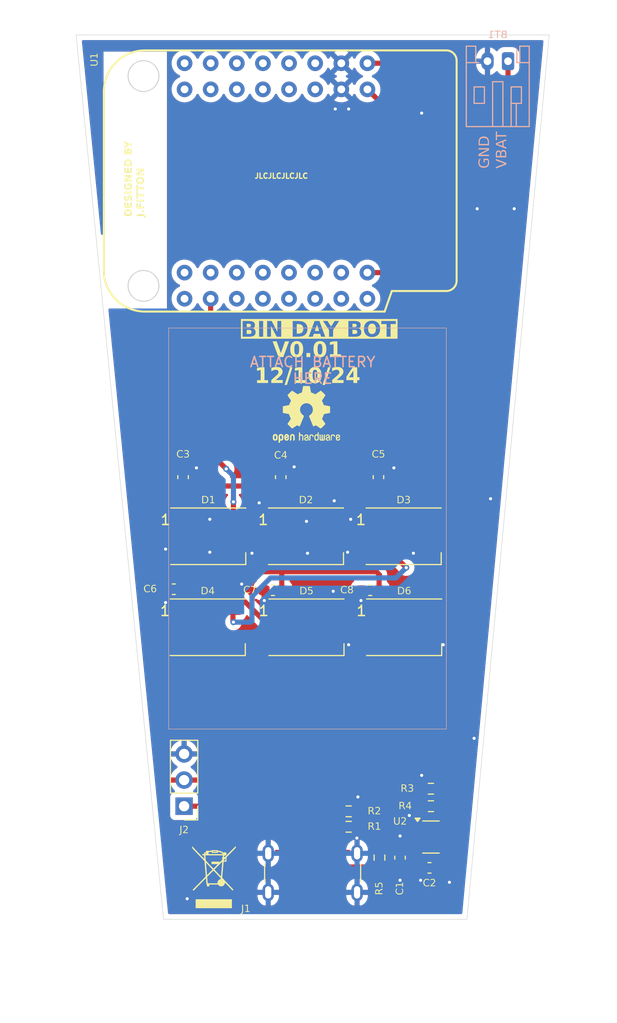
<source format=kicad_pcb>
(kicad_pcb (version 20240108) (generator "pcbnew") (generator_version "8.0")
  (layers (0 "F.Cu" signal) (31 "B.Cu" signal) (34 "B.Paste" user) (35 "F.Paste" user) (36 "B.SilkS" user "B.Silkscreen") (37 "F.SilkS" user "F.Silkscreen") (38 "B.Mask" user) (39 "F.Mask" user) (44 "Edge.Cuts" user))
  (net 0 "")
  (net 1 "GND")
  (net 2 "/PRG")
  (net 3 "/CC2")
  (net 4 "/CC1")
  (net 30 "BATT_STAT")
  (net 32 "VDD")
  (net 33 "VBAT")
  (net 34 "/1_2")
  (net 35 "/2_3")
  (net 36 "/3_4")
  (net 37 "/4_5")
  (net 38 "/5_6")
  (net 40 "LED_CTRL")
  (net 41 "SR602_TRIG")
  (footprint "LED_SMD:LED_WS2812B_PLCC4_5.0x5.0mm_P3.2mm" (layer "F.Cu") (at 122.35 98.75)
    (property "Reference" "D2" (at 0 -3.5 0) (layer "F.SilkS") (effects (font (size 0.7 0.7))))
    (property "Value" "WS2812B" (hide yes))
    (fp_text user "1" (at -4.15 -1.6 0) (layer "F.SilkS"))
    (pad "1" smd rect (at -2.45 -1.65) (size 1.5 0.9) (layers "F.Cu" "F.Paste" "F.Mask") (net 33 "VBAT"))
    (pad "2" smd rect (at -2.45 1.65) (size 1.5 0.9) (layers "F.Cu" "F.Paste" "F.Mask") (net 35 "/2_3"))
    (pad "3" smd rect (at 2.45 1.65) (size 1.5 0.9) (layers "F.Cu" "F.Paste" "F.Mask") (net 1 "GND"))
    (pad "4" smd rect (at 2.45 -1.65) (size 1.5 0.9) (layers "F.Cu" "F.Paste" "F.Mask") (net 34 "/1_2"))
  )
  (footprint "Resistor_SMD:R_0603_1608Metric_Pad0.98x0.95mm_HandSolder" (layer "F.Cu") (at 134.5 125 180)
    (property "Reference" "R4" (at 2.5 0 0) (layer "F.SilkS") (effects (font (size 0.7 0.7))))
    (property "Value" "12K4" (hide yes))
    (pad "1" smd roundrect (at -0.9125 0 180) (size 0.975 0.95) (layers "F.Cu" "F.Paste" "F.Mask") (net 2 "/PRG"))
    (pad "2" smd roundrect (at 0.9125 0 180) (size 0.975 0.95) (layers "F.Cu" "F.Paste" "F.Mask") (net 1 "GND"))
  )
  (footprint "LED_SMD:LED_WS2812B_PLCC4_5.0x5.0mm_P3.2mm" (layer "F.Cu") (at 131.9 107.6)
    (property "Reference" "D6" (at 0 -3.5 0) (layer "F.SilkS") (effects (font (size 0.7 0.7))))
    (property "Value" "WS2812B" (hide yes))
    (fp_text user "1" (at -4.15 -1.6 0) (layer "F.SilkS"))
    (pad "1" smd rect (at -2.45 -1.65) (size 1.5 0.9) (layers "F.Cu" "F.Paste" "F.Mask") (net 33 "VBAT"))
    (pad "2" smd rect (at -2.45 1.65) (size 1.5 0.9) (layers "F.Cu" "F.Paste" "F.Mask"))
    (pad "3" smd rect (at 2.45 1.65) (size 1.5 0.9) (layers "F.Cu" "F.Paste" "F.Mask") (net 1 "GND"))
    (pad "4" smd rect (at 2.45 -1.65) (size 1.5 0.9) (layers "F.Cu" "F.Paste" "F.Mask") (net 38 "/5_6"))
  )
  (footprint "Capacitor_SMD:C_0603_1608Metric_Pad1.08x0.95mm_HandSolder" (layer "F.Cu") (at 119.9 93 90)
    (property "Reference" "C4" (at 2.1 0 0) (layer "F.SilkS") (effects (font (size 0.7 0.7))))
    (property "Value" "4.7U" (hide yes))
    (pad "1" smd roundrect (at -0.8625 0 90) (size 1.075 0.95) (layers "F.Cu" "F.Paste" "F.Mask") (net 33 "VBAT"))
    (pad "2" smd roundrect (at 0.8625 0 90) (size 1.075 0.95) (layers "F.Cu" "F.Paste" "F.Mask") (net 1 "GND"))
  )
  (footprint "Resistor_SMD:R_0603_1608Metric_Pad0.98x0.95mm_HandSolder" (layer "F.Cu") (at 126.5 127)
    (property "Reference" "R1" (at 2.5 0 0) (layer "F.SilkS") (effects (font (size 0.7 0.7))))
    (property "Value" "5.1K" (hide yes))
    (pad "1" smd roundrect (at -0.9125 0) (size 0.975 0.95) (layers "F.Cu" "F.Paste" "F.Mask") (net 3 "/CC2"))
    (pad "2" smd roundrect (at 0.9125 0) (size 0.975 0.95) (layers "F.Cu" "F.Paste" "F.Mask") (net 1 "GND"))
  )
  (footprint "Symbol:OSHW-Logo2_7.3x6mm_SilkScreen" (layer "F.Cu") (at 122.4 86.9)
    (property "Reference" "REF**" (hide yes))
    (property "Value" "OSHW-Logo2_7.3x6mm_SilkScreen" (hide yes))
  )
  (footprint "Resistor_SMD:R_0603_1608Metric_Pad0.98x0.95mm_HandSolder" (layer "F.Cu") (at 134.5 123.3 180)
    (property "Reference" "R3" (at 2.3 0 0) (layer "F.SilkS") (effects (font (size 0.7 0.7))))
    (property "Value" "12K7" (hide yes))
    (pad "1" smd roundrect (at -0.9125 0 180) (size 0.975 0.95) (layers "F.Cu" "F.Paste" "F.Mask") (net 2 "/PRG"))
    (pad "2" smd roundrect (at 0.9125 0 180) (size 0.975 0.95) (layers "F.Cu" "F.Paste" "F.Mask") (net 1 "GND"))
  )
  (footprint "Symbol:WEEE-Logo_4.2x6mm_SilkScreen" (layer "F.Cu") (at 113.4 131.9)
    (property "Reference" "REF**" (hide yes))
    (property "Value" "WEEE-Logo_4.2x6mm_SilkScreen" (hide yes))
  )
  (footprint "Connector_USB:USB_C_Receptacle_GCT_USB4125-xx-x-0190_6P_TopMnt_Horizontal" (layer "F.Cu") (at 123 132.58)
    (property "Reference" "J1" (at -6.5 2.42 0) (layer "F.SilkS") (effects (font (size 0.7 0.7))))
    (property "Value" "USB_C_Receptacle_PowerOnly_6P" (hide yes))
    (pad "A5" smd roundrect (at -0.5 -3.08) (size 0.7 1.2) (layers "F.Cu" "F.Paste" "F.Mask") (net 4 "/CC1"))
    (pad "A9" smd roundrect (at 1.52 -3.08 180) (size 0.76 1.2) (layers "F.Cu" "F.Paste" "F.Mask") (net 32 "VDD"))
    (pad "A12" smd roundrect (at 2.75 -3.08 180) (size 0.8 1.2) (layers "F.Cu" "F.Paste" "F.Mask") (net 1 "GND"))
    (pad "B5" smd roundrect (at 0.5 -3.08 180) (size 0.7 1.2) (layers "F.Cu" "F.Paste" "F.Mask") (net 3 "/CC2"))
    (pad "B9" smd roundrect (at -1.52 -3.08) (size 0.76 1.2) (layers "F.Cu" "F.Paste" "F.Mask") (net 32 "VDD"))
    (pad "B12" smd roundrect (at -2.75 -3.08) (size 0.8 1.2) (layers "F.Cu" "F.Paste" "F.Mask") (net 1 "GND"))
    (pad "S1" thru_hole oval (at -4.32 -3) (size 1.1 1.7) (drill oval 0.6 1.2) (layers "*.Cu" "*.Mask" "F.Paste") (net 1 "GND"))
    (pad "S1" thru_hole oval (at -4.32 0.8) (size 1.1 1.7) (drill oval 0.6 1.2) (layers "*.Cu" "*.Mask" "F.Paste") (net 1 "GND"))
    (pad "S1" thru_hole oval (at 4.32 -3) (size 1.1 1.7) (drill oval 0.6 1.2) (layers "*.Cu" "*.Mask" "F.Paste") (net 1 "GND"))
    (pad "S1" thru_hole oval (at 4.32 0.8) (size 1.1 1.7) (drill oval 0.6 1.2) (layers "*.Cu" "*.Mask" "F.Paste") (net 1 "GND"))
  )
  (footprint "Capacitor_SMD:C_0603_1608Metric_Pad1.08x0.95mm_HandSolder" (layer "F.Cu") (at 129.4 93 90)
    (property "Reference" "C5" (at 2.2 0 0) (layer "F.SilkS") (effects (font (size 0.7 0.7))))
    (property "Value" "4.7U" (hide yes))
    (pad "1" smd roundrect (at -0.8625 0 90) (size 1.075 0.95) (layers "F.Cu" "F.Paste" "F.Mask") (net 33 "VBAT"))
    (pad "2" smd roundrect (at 0.8625 0 90) (size 1.075 0.95) (layers "F.Cu" "F.Paste" "F.Mask") (net 1 "GND"))
  )
  (footprint "LED_SMD:LED_WS2812B_PLCC4_5.0x5.0mm_P3.2mm" (layer "F.Cu") (at 122.4 107.6)
    (property "Reference" "D5" (at 0 -3.5 0) (layer "F.SilkS") (effects (font (size 0.7 0.7))))
    (property "Value" "WS2812B" (hide yes))
    (fp_text user "1" (at -4.15 -1.6 0) (layer "F.SilkS"))
    (pad "1" smd rect (at -2.45 -1.65) (size 1.5 0.9) (layers "F.Cu" "F.Paste" "F.Mask") (net 33 "VBAT"))
    (pad "2" smd rect (at -2.45 1.65) (size 1.5 0.9) (layers "F.Cu" "F.Paste" "F.Mask") (net 38 "/5_6"))
    (pad "3" smd rect (at 2.45 1.65) (size 1.5 0.9) (layers "F.Cu" "F.Paste" "F.Mask") (net 1 "GND"))
    (pad "4" smd rect (at 2.45 -1.65) (size 1.5 0.9) (layers "F.Cu" "F.Paste" "F.Mask") (net 37 "/4_5"))
  )
  (footprint "WEMOS_ESP32_S2_MINI:WEMOS_ESP32_S2_MINI" (layer "F.Cu") (at 119 64 90)
    (property "Reference" "U1" (at 11.6 -17.2 90) (layer "F.SilkS") (effects (font (size 0.7 0.7) (thickness 0.1))))
    (property "Value" "WEMOS_ESP32_S2_MINI")
    (fp_circle (center 10 -12.447031) (end 11.5 -12.447031) (stroke (width 0.1)) (fill none) (layer "Edge.Cuts"))
    (fp_circle (center -10.4 -12.447031) (end -8.9 -12.447031) (stroke (width 0.1)) (fill none) (layer "Edge.Cuts"))
    (pad "1" thru_hole circle (at -11.65 9.323 90) (size 1.524 1.524) (drill 0.762) (layers "*.Cu" "*.Mask"))
    (pad "2" thru_hole circle (at -11.65 6.783 90) (size 1.524 1.524) (drill 0.762) (layers "*.Cu" "*.Mask"))
    (pad "3" thru_hole circle (at -11.65 4.243 90) (size 1.524 1.524) (drill 0.762) (layers "*.Cu" "*.Mask"))
    (pad "4" thru_hole circle (at -11.65 1.703 90) (size 1.524 1.524) (drill 0.762) (layers "*.Cu" "*.Mask"))
    (pad "5" thru_hole circle (at -11.65 -0.837 90) (size 1.524 1.524) (drill 0.762) (layers "*.Cu" "*.Mask"))
    (pad "6" thru_hole circle (at -11.65 -3.377 90) (size 1.524 1.524) (drill 0.762) (layers "*.Cu" "*.Mask"))
    (pad "7" thru_hole circle (at -11.65 -5.917 90) (size 1.524 1.524) (drill 0.762) (layers "*.Cu" "*.Mask") (net 40 "LED_CTRL"))
    (pad "8" thru_hole circle (at -11.65 -8.457 90) (size 1.524 1.524) (drill 0.762) (layers "*.Cu" "*.Mask"))
    (pad "9" thru_hole circle (at -9.11 9.323 90) (size 1.524 1.524) (drill 0.762) (layers "*.Cu" "*.Mask") (net 41 "SR602_TRIG"))
    (pad "10" thru_hole circle (at -9.11 6.783 90) (size 1.524 1.524) (drill 0.762) (layers "*.Cu" "*.Mask"))
    (pad "11" thru_hole circle (at -9.11 4.243 90) (size 1.524 1.524) (drill 0.762) (layers "*.Cu" "*.Mask"))
    (pad "12" thru_hole circle (at -9.11 1.703 90) (size 1.524 1.524) (drill 0.762) (layers "*.Cu" "*.Mask"))
    (pad "13" thru_hole circle (at -9.11 -0.837 90) (size 1.524 1.524) (drill 0.762) (layers "*.Cu" "*.Mask"))
    (pad "14" thru_hole circle (at -9.11 -3.377 90) (size 1.524 1.524) (drill 0.762) (layers "*.Cu" "*.Mask"))
    (pad "15" thru_hole circle (at -9.11 -5.917 90) (size 1.524 1.524) (drill 0.762) (layers "*.Cu" "*.Mask"))
    (pad "16" thru_hole circle (at -9.11 -8.457 90) (size 1.524 1.524) (drill 0.762) (layers "*.Cu" "*.Mask"))
    (pad "17" thru_hole circle (at 8.71 9.326952 90) (size 1.524 1.524) (drill 0.762) (layers "*.Cu" "*.Mask") (net 30 "BATT_STAT"))
    (pad "18" thru_hole circle (at 8.71 6.786952 90) (size 1.524 1.524) (drill 0.762) (layers "*.Cu" "*.Mask") (net 1 "GND"))
    (pad "19" thru_hole circle (at 8.71 4.246952 90) (size 1.524 1.524) (drill 0.762) (layers "*.Cu" "*.Mask"))
    (pad "20" thru_hole circle (at 8.71 1.706952 90) (size 1.524 1.524) (drill 0.762) (layers "*.Cu" "*.Mask"))
    (pad "21" thru_hole circle (at 8.71 -0.833048 90) (size 1.524 1.524) (drill 0.762) (layers "*.Cu" "*.Mask"))
    (pad "22" thru_hole circle (at 8.71 -3.373048 90) (size 1.524 1.524) (drill 0.762) (layers "*.Cu" "*.Mask"))
    (pad "23" thru_hole circle (at 8.71 -5.913048 90) (size 1.524 1.524) (drill 0.762) (layers "*.Cu" "*.Mask"))
    (pad "24" thru_hole circle (at 8.71 -8.453048 90) (size 1.524 1.524) (drill 0.762) (layers "*.Cu" "*.Mask"))
    (pad "25" thru_hole circle (at 11.25 9.326952 90) (size 1.524 1.524) (drill 0.762) (layers "*.Cu" "*.Mask") (net 33 "VBAT"))
    (pad "26" thru_hole circle (at 11.25 6.786952 90) (size 1.524 1.524) (drill 0.762) (layers "*.Cu" "*.Mask") (net 1 "GND"))
    (pad "27" thru_hole circle (at 11.25 4.246952 90) (size 1.524 1.524) (drill 0.762) (layers "*.Cu" "*.Mask"))
    (pad "28" thru_hole circle (at 11.25 1.706952 90) (size 1.524 1.524) (drill 0.762) (layers "*.Cu" "*.Mask"))
    (pad "29" thru_hole circle (at 11.25 -0.833048 90) (size 1.524 1.524) (drill 0.762) (layers "*.Cu" "*.Mask"))
    (pad "30" thru_hole circle (at 11.25 -3.373048 90) (size 1.524 1.524) (drill 0.762) (layers "*.Cu" "*.Mask"))
    (pad "31" thru_hole circle (at 11.25 -5.913048 90) (size 1.524 1.524) (drill 0.762) (layers "*.Cu" "*.Mask"))
    (pad "32" thru_hole circle (at 11.25 -8.453048 90) (size 1.524 1.524) (drill 0.762) (layers "*.Cu" "*.Mask"))
    (zone (net 0) (net_name "") (layers "*.Cu") (name "Ground Keepout") (connect_pads (clearance 0)) (min_thickness 0.25)
      (keepout (tracks allowed) (vias not_allowed) (pads not_allowed) (copperpour not_allowed) (footprints allowed))
      (fill (thermal_gap 0.5) (thermal_bridge_width 0.5))
      (polygon (pts (xy 102.66 51.617165) (xy 102.66 76.597165) (xy 108.84 76.597165) (xy 108.84 51.617165)))
    )
  )
  (footprint "Capacitor_SMD:C_0603_1608Metric_Pad1.08x0.95mm_HandSolder" (layer "F.Cu") (at 119.1375 104 180)
    (property "Reference" "C7" (at 2.2375 0 0) (layer "F.SilkS") (effects (font (size 0.7 0.7))))
    (property "Value" "4.7U" (hide yes))
    (pad "1" smd roundrect (at -0.8625 0 180) (size 1.075 0.95) (layers "F.Cu" "F.Paste" "F.Mask") (net 33 "VBAT"))
    (pad "2" smd roundrect (at 0.8625 0 180) (size 1.075 0.95) (layers "F.Cu" "F.Paste" "F.Mask") (net 1 "GND"))
  )
  (footprint "Capacitor_SMD:C_0603_1608Metric_Pad1.08x0.95mm_HandSolder" (layer "F.Cu") (at 131.5 130 -90)
    (property "Reference" "C1" (at 3 0 90) (layer "F.SilkS") (effects (font (size 0.7 0.7))))
    (property "Value" "4.7U" (hide yes))
    (pad "1" smd roundrect (at -0.8625 0 270) (size 1.075 0.95) (layers "F.Cu" "F.Paste" "F.Mask") (net 33 "VBAT"))
    (pad "2" smd roundrect (at 0.8625 0 270) (size 1.075 0.95) (layers "F.Cu" "F.Paste" "F.Mask") (net 1 "GND"))
  )
  (footprint "Resistor_SMD:R_0603_1608Metric_Pad0.98x0.95mm_HandSolder" (layer "F.Cu") (at 129.5 130 -90)
    (property "Reference" "R5" (at 3 0 90) (layer "F.SilkS") (effects (font (size 0.7 0.7))))
    (property "Value" "12K7" (hide yes))
    (pad "1" smd roundrect (at -0.9125 0 270) (size 0.975 0.95) (layers "F.Cu" "F.Paste" "F.Mask") (net 30 "BATT_STAT"))
    (pad "2" smd roundrect (at 0.9125 0 270) (size 0.975 0.95) (layers "F.Cu" "F.Paste" "F.Mask") (net 32 "VDD"))
  )
  (footprint "Capacitor_SMD:C_0603_1608Metric_Pad1.08x0.95mm_HandSolder" (layer "F.Cu") (at 128.6 104 180)
    (property "Reference" "C8" (at 2.2625 0 0) (layer "F.SilkS") (effects (font (size 0.7 0.7))))
    (property "Value" "4.7U" (hide yes))
    (pad "1" smd roundrect (at -0.8625 0 180) (size 1.075 0.95) (layers "F.Cu" "F.Paste" "F.Mask") (net 33 "VBAT"))
    (pad "2" smd roundrect (at 0.8625 0 180) (size 1.075 0.95) (layers "F.Cu" "F.Paste" "F.Mask") (net 1 "GND"))
  )
  (footprint "Package_TO_SOT_SMD:SOT-23-5" (layer "F.Cu") (at 134.5 128)
    (property "Reference" "U2" (at -3 -1.5 0) (layer "F.SilkS") (effects (font (size 0.7 0.7))))
    (property "Value" "MCP73831-2-OT" (hide yes))
    (pad "1" smd roundrect (at -1.1375 -0.95) (size 1.325 0.6) (layers "F.Cu" "F.Paste" "F.Mask") (net 30 "BATT_STAT"))
    (pad "2" smd roundrect (at -1.1375 0) (size 1.325 0.6) (layers "F.Cu" "F.Paste" "F.Mask") (net 1 "GND"))
    (pad "3" smd roundrect (at -1.1375 0.95) (size 1.325 0.6) (layers "F.Cu" "F.Paste" "F.Mask") (net 33 "VBAT"))
    (pad "4" smd roundrect (at 1.1375 0.95) (size 1.325 0.6) (layers "F.Cu" "F.Paste" "F.Mask") (net 32 "VDD"))
    (pad "5" smd roundrect (at 1.1375 -0.95) (size 1.325 0.6) (layers "F.Cu" "F.Paste" "F.Mask") (net 2 "/PRG"))
  )
  (footprint "LED_SMD:LED_WS2812B_PLCC4_5.0x5.0mm_P3.2mm" (layer "F.Cu") (at 112.85 98.75)
    (property "Reference" "D1" (at 0 -3.5 0) (layer "F.SilkS") (effects (font (size 0.7 0.7))))
    (property "Value" "WS2812B" (hide yes))
    (fp_text user "1" (at -4.15 -1.6 0) (layer "F.SilkS"))
    (pad "1" smd rect (at -2.45 -1.65) (size 1.5 0.9) (layers "F.Cu" "F.Paste" "F.Mask") (net 33 "VBAT"))
    (pad "2" smd rect (at -2.45 1.65) (size 1.5 0.9) (layers "F.Cu" "F.Paste" "F.Mask") (net 34 "/1_2"))
    (pad "3" smd rect (at 2.45 1.65) (size 1.5 0.9) (layers "F.Cu" "F.Paste" "F.Mask") (net 1 "GND"))
    (pad "4" smd rect (at 2.45 -1.65) (size 1.5 0.9) (layers "F.Cu" "F.Paste" "F.Mask") (net 40 "LED_CTRL"))
  )
  (footprint "Capacitor_SMD:C_0603_1608Metric_Pad1.08x0.95mm_HandSolder" (layer "F.Cu") (at 109.5 103.9 180)
    (property "Reference" "C6" (at 2.3 0 0) (layer "F.SilkS") (effects (font (size 0.7 0.7))))
    (property "Value" "4.7U" (hide yes))
    (pad "1" smd roundrect (at -0.8625 0 180) (size 1.075 0.95) (layers "F.Cu" "F.Paste" "F.Mask") (net 33 "VBAT"))
    (pad "2" smd roundrect (at 0.8625 0 180) (size 1.075 0.95) (layers "F.Cu" "F.Paste" "F.Mask") (net 1 "GND"))
  )
  (footprint "Capacitor_SMD:C_0603_1608Metric_Pad1.08x0.95mm_HandSolder" (layer "F.Cu") (at 110.4 93 90)
    (property "Reference" "C3" (at 2.2 0 0) (layer "F.SilkS") (effects (font (size 0.7 0.7))))
    (property "Value" "4.7U" (hide yes))
    (pad "1" smd roundrect (at -0.8625 0 90) (size 1.075 0.95) (layers "F.Cu" "F.Paste" "F.Mask") (net 33 "VBAT"))
    (pad "2" smd roundrect (at 0.8625 0 90) (size 1.075 0.95) (layers "F.Cu" "F.Paste" "F.Mask") (net 1 "GND"))
  )
  (footprint "Connector_PinHeader_2.54mm:PinHeader_1x03_P2.54mm_Vertical" (layer "F.Cu") (at 110.5 125 180)
    (property "Reference" "J2" (at 0 -2.33 0) (layer "F.SilkS") (effects (font (size 0.7 0.7))))
    (property "Value" "Conn_01x03_Pin" (hide yes))
    (pad "1" thru_hole rect (at 0 0 180) (size 1.7 1.7) (drill 1) (layers "*.Cu" "*.Mask") (net 41 "SR602_TRIG"))
    (pad "2" thru_hole oval (at 0 2.54 180) (size 1.7 1.7) (drill 1) (layers "*.Cu" "*.Mask") (net 33 "VBAT"))
    (pad "3" thru_hole oval (at 0 5.08 180) (size 1.7 1.7) (drill 1) (layers "*.Cu" "*.Mask") (net 1 "GND"))
  )
  (footprint "LED_SMD:LED_WS2812B_PLCC4_5.0x5.0mm_P3.2mm" (layer "F.Cu") (at 131.85 98.75)
    (property "Reference" "D3" (at 0 -3.5 0) (layer "F.SilkS") (effects (font (size 0.7 0.7))))
    (property "Value" "WS2812B" (hide yes))
    (fp_text user "1" (at -4.15 -1.6 0) (layer "F.SilkS"))
    (pad "1" smd rect (at -2.45 -1.65) (size 1.5 0.9) (layers "F.Cu" "F.Paste" "F.Mask") (net 33 "VBAT"))
    (pad "2" smd rect (at -2.45 1.65) (size 1.5 0.9) (layers "F.Cu" "F.Paste" "F.Mask") (net 36 "/3_4"))
    (pad "3" smd rect (at 2.45 1.65) (size 1.5 0.9) (layers "F.Cu" "F.Paste" "F.Mask") (net 1 "GND"))
    (pad "4" smd rect (at 2.45 -1.65) (size 1.5 0.9) (layers "F.Cu" "F.Paste" "F.Mask") (net 35 "/2_3"))
  )
  (footprint "Capacitor_SMD:C_0603_1608Metric_Pad1.08x0.95mm_HandSolder" (layer "F.Cu") (at 134.3625 131 180)
    (property "Reference" "C2" (at 0 -1.5 0) (layer "F.SilkS") (effects (font (size 0.7 0.7))))
    (property "Value" "4.7U" (hide yes))
    (pad "1" smd roundrect (at -0.8625 0 180) (size 1.075 0.95) (layers "F.Cu" "F.Paste" "F.Mask") (net 32 "VDD"))
    (pad "2" smd roundrect (at 0.8625 0 180) (size 1.075 0.95) (layers "F.Cu" "F.Paste" "F.Mask") (net 1 "GND"))
  )
  (footprint "Resistor_SMD:R_0603_1608Metric_Pad0.98x0.95mm_HandSolder" (layer "F.Cu") (at 126.5 125.5)
    (property "Reference" "R2" (at 2.5 0 0) (layer "F.SilkS") (effects (font (size 0.7 0.7))))
    (property "Value" "5.1K" (hide yes))
    (pad "1" smd roundrect (at -0.9125 0) (size 0.975 0.95) (layers "F.Cu" "F.Paste" "F.Mask") (net 4 "/CC1"))
    (pad "2" smd roundrect (at 0.9125 0) (size 0.975 0.95) (layers "F.Cu" "F.Paste" "F.Mask") (net 1 "GND"))
  )
  (footprint "LED_SMD:LED_WS2812B_PLCC4_5.0x5.0mm_P3.2mm" (layer "F.Cu") (at 112.8 107.6)
    (property "Reference" "D4" (at 0 -3.5 0) (layer "F.SilkS") (effects (font (size 0.7 0.7))))
    (property "Value" "WS2812B" (hide yes))
    (fp_text user "1" (at -4.15 -1.6 0) (layer "F.SilkS"))
    (pad "1" smd rect (at -2.45 -1.65) (size 1.5 0.9) (layers "F.Cu" "F.Paste" "F.Mask") (net 33 "VBAT"))
    (pad "2" smd rect (at -2.45 1.65) (size 1.5 0.9) (layers "F.Cu" "F.Paste" "F.Mask") (net 37 "/4_5"))
    (pad "3" smd rect (at 2.45 1.65) (size 1.5 0.9) (layers "F.Cu" "F.Paste" "F.Mask") (net 1 "GND"))
    (pad "4" smd rect (at 2.45 -1.65) (size 1.5 0.9) (layers "F.Cu" "F.Paste" "F.Mask") (net 36 "/3_4"))
  )
  (footprint "Connector_JST:JST_PH_S2B-PH-K_1x02_P2.00mm_Horizontal" (layer "B.Cu") (at 142 52.55 180)
    (property "Reference" "BT1" (at 1 2.55 0) (layer "B.SilkS") (effects (font (size 0.7 0.7)) (justify mirror)))
    (property "Value" "Battery")
    (pad "1" thru_hole roundrect (at 0 0 180) (size 1.2 1.75) (drill 0.75) (layers "*.Cu" "*.Mask") (roundrect_rratio 0.208333) (net 33 "VBAT"))
    (pad "2" thru_hole oval (at 2 0 180) (size 1.2 1.75) (drill 0.75) (layers "*.Cu" "*.Mask") (net 1 "GND"))
  )
  (gr_rect (start 109 78.5) (end 136 117.5) (stroke (width 0.05)) (fill none) (layer "B.SilkS"))
  (gr_line (start 138 136) (end 108.5 136) (stroke (width 0.05)) (layer "Edge.Cuts"))
  (gr_line (start 100 50) (end 108.5 136) (stroke (width 0.05)) (layer "Edge.Cuts"))
  (gr_line (start 138 136) (end 146 50) (stroke (width 0.05)) (layer "Edge.Cuts"))
  (gr_line (start 100 50) (end 146 50) (stroke (width 0.05)) (layer "Edge.Cuts"))
  (gr_text "GND\nVBAT" (at 142 63 90) (layer "B.SilkS") (effects (font (size 1 1)) (justify left bottom)))
  (gr_text "ATTACH BATTERY\nHERE" (at 123 84 0) (layer "B.SilkS") (effects (font (size 1 1)) (justify bottom)))
  (gr_text "JLCJLCJLCJLC" (at 117.3 64 0) (layer "F.SilkS") (effects (font (size 0.5 0.5) (thickness 0.125) (bold yes)) (justify left bottom)))
  (gr_text "BIN DAY BOT" (at 116 79.6 0) (layer "F.SilkS" knockout) (effects (font (size 1.5 1.5) (thickness 0.3) (bold yes)) (justify left bottom)))
  (gr_text "V0.01\n12/10/24" (at 122.5 84.1 0) (layer "F.SilkS") (effects (font (size 1.5 1.5) (thickness 0.3) (bold yes)) (justify bottom)))
  (gr_text "DESIGNED BY\nJ.FITTON" (at 106.7 67.7 90) (layer "F.SilkS") (effects (font (size 0.7 0.7) (thickness 0.175) (bold yes)) (justify left bottom)))
  (segment (start 133.3625 128) (end 131.6 128) (width 0.5) (layer "F.Cu") (net 1))
  (segment (start 108.6375 105.1375) (end 108.7 105.2) (width 0.5) (layer "F.Cu") (net 1))
  (segment (start 131.6 128) (end 131.5 127.9) (width 0.5) (layer "F.Cu") (net 1))
  (segment (start 108.6375 103.9) (end 108.6375 105.1375) (width 0.5) (layer "F.Cu") (net 1))
  (via (at 125.2 57.2) (size 0.6) (drill 0.3) (layers "F.Cu" "B.Cu") (net 1))
  (via (at 125.1 95.3) (size 0.6) (drill 0.3) (layers "F.Cu" "B.Cu") (net 1))
  (via (at 132.4 125.9) (size 0.6) (drill 0.3) (layers "F.Cu" "B.Cu") (net 1))
  (via (at 113 97.1) (size 0.6) (drill 0.3) (layers "F.Cu" "B.Cu") (net 1))
  (via (at 139 66.9) (size 0.6) (drill 0.3) (layers "F.Cu" "B.Cu") (net 1))
  (via (at 125 104.1) (size 0.6) (drill 0.3) (layers "F.Cu" "B.Cu") (net 1))
  (via (at 111.7 92.1) (size 0.6) (drill 0.3) (layers "F.Cu" "B.Cu") (net 1))
  (via (at 126.7 97.1) (size 0.6) (drill 0.3) (layers "F.Cu" "B.Cu") (net 1))
  (via (at 121.2 92) (size 0.6) (drill 0.3) (layers "F.Cu" "B.Cu") (net 1))
  (via (at 133.5 132.2) (size 0.6) (drill 0.3) (layers "F.Cu" "B.Cu") (net 1))
  (via (at 133.6 122) (size 0.6) (drill 0.3) (layers "F.Cu" "B.Cu") (net 1))
  (via (at 126.4 100.3) (size 0.6) (drill 0.3) (layers "F.Cu" "B.Cu") (net 1))
  (via (at 126.5 57.2) (size 0.6) (drill 0.3) (layers "F.Cu" "B.Cu") (net 1))
  (via (at 127.3 128.1) (size 0.6) (drill 0.3) (layers "F.Cu" "B.Cu") (net 1))
  (via (at 116.1 103.4) (size 0.6) (drill 0.3) (layers "F.Cu" "B.Cu") (net 1))
  (via (at 110.8 134) (size 0.6) (drill 0.3) (layers "F.Cu" "B.Cu") (net 1))
  (via (at 126.5 109.3) (size 0.6) (drill 0.3) (layers "F.Cu" "B.Cu") (net 1))
  (via (at 122.4 97.3) (size 0.6) (drill 0.3) (layers "F.Cu" "B.Cu") (net 1))
  (via (at 133.6 57.6) (size 0.6) (drill 0.3) (layers "F.Cu" "B.Cu") (net 1))
  (via (at 130.9 92.1) (size 0.6) (drill 0.3) (layers "F.Cu" "B.Cu") (net 1))
  (via (at 132.8 100.4) (size 0.6) (drill 0.3) (layers "F.Cu" "B.Cu") (net 1))
  (via (at 142.6 66.9) (size 0.6) (drill 0.3) (layers "F.Cu" "B.Cu") (net 1))
  (via (at 131.5 127.9) (size 0.6) (drill 0.3) (layers "F.Cu" "B.Cu") (net 1))
  (via (at 117.8 95.5) (size 0.6) (drill 0.3) (layers "F.Cu" "B.Cu") (net 1))
  (via (at 108.7 105.2) (size 0.6) (drill 0.3) (layers "F.Cu" "B.Cu") (net 1))
  (via (at 122.5 100.4) (size 0.6) (drill 0.3) (layers "F.Cu" "B.Cu") (net 1))
  (via (at 108.7 100) (size 0.6) (drill 0.3) (layers "F.Cu" "B.Cu") (net 1))
  (via (at 127.4 124.1) (size 0.6) (drill 0.3) (layers "F.Cu" "B.Cu") (net 1))
  (via (at 118.3 105) (size 0.6) (drill 0.3) (layers "F.Cu" "B.Cu") (net 1))
  (via (at 135.7 109.3) (size 0.6) (drill 0.3) (layers "F.Cu" "B.Cu") (net 1))
  (via (at 117.1 100.4) (size 0.6) (drill 0.3) (layers "F.Cu" "B.Cu") (net 1))
  (via (at 113 100.3) (size 0.6) (drill 0.3) (layers "F.Cu" "B.Cu") (net 1))
  (via (at 136.3 132.4) (size 0.6) (drill 0.3) (layers "F.Cu" "B.Cu") (net 1))
  (via (at 138.7 118.4) (size 0.6) (drill 0.3) (layers "F.Cu" "B.Cu") (net 1))
  (via (at 131.5 132.2) (size 0.6) (drill 0.3) (layers "F.Cu" "B.Cu") (net 1))
  (via (at 140.3 95.1) (size 0.6) (drill 0.3) (layers "F.Cu" "B.Cu") (net 1))
  (via (at 127.7 105) (size 0.6) (drill 0.3) (layers "F.Cu" "B.Cu") (net 1))
  (segment (start 135.4125 125) (end 135.4125 123.3) (width 0.5) (layer "F.Cu") (net 2))
  (segment (start 135.6375 127.05) (end 135.6375 125.225) (width 0.5) (layer "F.Cu") (net 2))
  (segment (start 135.6375 125.225) (end 135.4125 125) (width 0.5) (layer "F.Cu") (net 2))
  (segment (start 124 127) (end 125.5875 127) (width 0.5) (layer "F.Cu") (net 3))
  (segment (start 123.5 129.5) (end 123.5 127.5) (width 0.5) (layer "F.Cu") (net 3))
  (segment (start 123.5 127.5) (end 124 127) (width 0.5) (layer "F.Cu") (net 3))
  (segment (start 123.8 125.5) (end 125.5875 125.5) (width 0.5) (layer "F.Cu") (net 4))
  (segment (start 122.5 126.8) (end 123.8 125.5) (width 0.5) (layer "F.Cu") (net 4))
  (segment (start 122.5 129.5) (end 122.5 126.8) (width 0.5) (layer "F.Cu") (net 4))
  (segment (start 137.3 113.6) (end 137.3 64.263048) (width 0.5) (layer "F.Cu") (net 30))
  (segment (start 130.15 120.75) (end 137.3 113.6) (width 0.5) (layer "F.Cu") (net 30))
  (segment (start 130.15 127.05) (end 130.15 120.75) (width 0.5) (layer "F.Cu") (net 30))
  (segment (start 130.15 127.05) (end 129.5 127.7) (width 0.5) (layer "F.Cu") (net 30))
  (segment (start 129.5 127.7) (end 129.5 129.0875) (width 0.5) (layer "F.Cu") (net 30))
  (segment (start 137.3 64.263048) (end 128.326952 55.29) (width 0.5) (layer "F.Cu") (net 30))
  (segment (start 133.3625 127.05) (end 130.15 127.05) (width 0.5) (layer "F.Cu") (net 30))
  (segment (start 129.5 133.3) (end 130.2 134) (width 0.5) (layer "F.Cu") (net 32))
  (segment (start 121.48 129.5) (end 121.48 130.1) (width 0.5) (layer "F.Cu") (net 32))
  (segment (start 126.2 130.9125) (end 129.5 130.9125) (width 0.5) (layer "F.Cu") (net 32))
  (segment (start 135.6375 129.9625) (end 135.225 130.375) (width 0.5) (layer "F.Cu") (net 32))
  (segment (start 129.5 130.9125) (end 129.5 133.3) (width 0.5) (layer "F.Cu") (net 32))
  (segment (start 130.2 134) (end 134.6 134) (width 0.5) (layer "F.Cu") (net 32))
  (segment (start 135.6375 128.95) (end 135.6375 129.9625) (width 0.5) (layer "F.Cu") (net 32))
  (segment (start 135.225 133.375) (end 135.225 131) (width 0.5) (layer "F.Cu") (net 32))
  (segment (start 134.6 134) (end 135.225 133.375) (width 0.5) (layer "F.Cu") (net 32))
  (segment (start 121.48 130.1) (end 122.2925 130.9125) (width 0.5) (layer "F.Cu") (net 32))
  (segment (start 124.52 130.4325) (end 125 130.9125) (width 0.5) (layer "F.Cu") (net 32))
  (segment (start 135.225 130.375) (end 135.225 131) (width 0.5) (layer "F.Cu") (net 32))
  (segment (start 122.2925 130.9125) (end 125 130.9125) (width 0.5) (layer "F.Cu") (net 32))
  (segment (start 125 130.9125) (end 126.2 130.9125) (width 0.5) (layer "F.Cu") (net 32))
  (segment (start 124.52 129.5) (end 124.52 130.4325) (width 0.5) (layer "F.Cu") (net 32))
  (segment (start 129.4625 105.9375) (end 129.45 105.95) (width 0.5) (layer "F.Cu") (net 33))
  (segment (start 110.1 102.2) (end 107.4 102.2) (width 0.5) (layer "F.Cu") (net 33))
  (segment (start 120 105.9) (end 119.95 105.95) (width 0.5) (layer "F.Cu") (net 33))
  (segment (start 109.171797 122.46) (end 108.831797 122.8) (width 0.5) (layer "F.Cu") (net 33))
  (segment (start 135.7 134.9) (end 115 134.9) (width 0.5) (layer "F.Cu") (net 33))
  (segment (start 129.4625 104) (end 129.4625 105.9375) (width 0.5) (layer "F.Cu") (net 33))
  (segment (start 129.2 102.2) (end 129.5 102.5) (width 0.5) (layer "F.Cu") (net 33))
  (segment (start 138.2 94.4) (end 140.75 91.85) (width 0.5) (layer "F.Cu") (net 33))
  (segment (start 129.4625 102.5375) (end 129.4625 104) (width 0.5) (layer "F.Cu") (net 33))
  (segment (start 140.75 91.85) (end 140.75 56.55) (width 0.5) (layer "F.Cu") (net 33))
  (segment (start 107.4 105.5) (end 107.4 102.2) (width 0.5) (layer "F.Cu") (net 33))
  (segment (start 120 104) (end 120 105.9) (width 0.5) (layer "F.Cu") (net 33))
  (segment (start 107.9 111.7) (end 107.9 106) (width 0.5) (layer "F.Cu") (net 33))
  (segment (start 137.4 117.3) (end 138.2 116.5) (width 0.5) (layer "F.Cu") (net 33))
  (segment (start 129.5 102.5) (end 129.4625 102.5375) (width 0.5) (layer "F.Cu") (net 33))
  (segment (start 107.9 106) (end 107.4 105.5) (width 0.5) (layer "F.Cu") (net 33))
  (segment (start 131.5 129.1375) (end 132.1625 129.1375) (width 0.5) (layer "F.Cu") (net 33))
  (segment (start 134.122316 128.95) (end 135.072316 128) (width 0.5) (layer "F.Cu") (net 33))
  (segment (start 138.2 116.5) (end 138.2 94.4) (width 0.5) (layer "F.Cu") (net 33))
  (segment (start 128.326952 52.75) (end 132.15 52.75) (width 0.5) (layer "F.Cu") (net 33))
  (segment (start 142 55) (end 142 52.55) (width 0.5) (layer "F.Cu") (net 33))
  (segment (start 112 111.7) (end 107.9 111.7) (width 0.5) (layer "F.Cu") (net 33))
  (segment (start 137.4 128) (end 137.4 117.3) (width 0.5) (layer "F.Cu") (net 33))
  (segment (start 110.3625 105.9375) (end 110.35 105.95) (width 0.5) (layer "F.Cu") (net 33))
  (segment (start 119.9 97.1) (end 119.9 93.8625) (width 0.5) (layer "F.Cu") (net 33))
  (segment (start 137.4 128) (end 137.4 133.2) (width 0.5) (layer "F.Cu") (net 33))
  (segment (start 115 134.9) (end 108.831797 128.731797) (width 0.5) (layer "F.Cu") (net 33))
  (segment (start 133.3625 128.95) (end 134.122316 128.95) (width 0.5) (layer "F.Cu") (net 33))
  (segment (start 108.1 97.1) (end 107.4 97.8) (width 0.5) (layer "F.Cu") (net 33))
  (segment (start 132.15 52.75) (end 138.2 58.8) (width 0.5) (layer "F.Cu") (net 33))
  (segment (start 116.1 121.2) (end 116.1 115.8) (width 0.5) (layer "F.Cu") (net 33))
  (segment (start 140.6 56.4) (end 142 55) (width 0.5) (layer "F.Cu") (net 33))
  (segment (start 110.3625 103.9) (end 110.3625 102.4625) (width 0.5) (layer "F.Cu") (net 33))
  (segment (start 132.35 128.95) (end 133.3625 128.95) (width 0.5) (layer "F.Cu") (net 33))
  (segment (start 110.4 97.1) (end 108.1 97.1) (width 0.5) (layer "F.Cu") (net 33))
  (segment (start 108.831797 128.731797) (end 108.831797 122.8) (width 0.5) (layer "F.Cu") (net 33))
  (segment (start 110.4 93.8625) (end 119.9 93.8625) (width 0.5) (layer "F.Cu") (net 33))
  (segment (start 110.4 97.1) (end 110.4 93.8625) (width 0.5) (layer "F.Cu") (net 33))
  (segment (start 110.3625 103.9) (end 110.3625 105.9375) (width 0.5) (layer "F.Cu") (net 33))
  (segment (start 120 102.2) (end 129.2 102.2) (width 0.5) (layer "F.Cu") (net 33))
  (segment (start 110.5 122.46) (end 109.171797 122.46) (width 0.5) (layer "F.Cu") (net 33))
  (segment (start 119.9 93.8625) (end 129.4 93.8625) (width 0.5) (layer "F.Cu") (net 33))
  (segment (start 116.1 115.8) (end 112 111.7) (width 0.5) (layer "F.Cu") (net 33))
  (segment (start 138.2 58.8) (end 140.6 56.4) (width 0.5) (layer "F.Cu") (net 33))
  (segment (start 132.1625 129.1375) (end 132.35 128.95) (width 0.5) (layer "F.Cu") (net 33))
  (segment (start 110.1 102.2) (end 120 102.2) (width 0.5) (layer "F.Cu") (net 33))
  (segment (start 107.4 102.2) (end 107.4 97.8) (width 0.5) (layer "F.Cu") (net 33))
  (segment (start 129.4 97.1) (end 129.4 93.8625) (width 0.5) (layer "F.Cu") (net 33))
  (segment (start 114.84 122.46) (end 116.1 121.2) (width 0.5) (layer "F.Cu") (net 33))
  (segment (start 110.3625 102.4625) (end 110.1 102.2) (width 0.5) (layer "F.Cu") (net 33))
  (segment (start 140.75 56.55) (end 140.6 56.4) (width 0.5) (layer "F.Cu") (net 33))
  (segment (start 135.072316 128) (end 137.4 128) (width 0.5) (layer "F.Cu") (net 33))
  (segment (start 137.4 133.2) (end 135.7 134.9) (width 0.5) (layer "F.Cu") (net 33))
  (segment (start 120 104) (end 120 102.2) (width 0.5) (layer "F.Cu") (net 33))
  (segment (start 110.5 122.46) (end 114.84 122.46) (width 0.5) (layer "F.Cu") (net 33))
  (segment (start 110.4 99.1) (end 111.3 98.2) (width 0.5) (layer "F.Cu") (net 34))
  (segment (start 123.7 98.2) (end 124.8 97.1) (width 0.5) (layer "F.Cu") (net 34))
  (segment (start 111.3 98.2) (end 123.7 98.2) (width 0.5) (layer "F.Cu") (net 34))
  (segment (start 110.4 100.4) (end 110.4 99.1) (width 0.5) (layer "F.Cu") (net 34))
  (segment (start 121.3 99) (end 132.4 99) (width 0.5) (layer "F.Cu") (net 35))
  (segment (start 132.4 99) (end 134.3 97.1) (width 0.5) (layer "F.Cu") (net 35))
  (segment (start 119.9 100.4) (end 121.3 99) (width 0.5) (layer "F.Cu") (net 35))
  (segment (start 130.7 100.4) (end 132.1 101.8) (width 0.5) (layer "F.Cu") (net 36))
  (segment (start 129.4 100.4) (end 130.7 100.4) (width 0.5) (layer "F.Cu") (net 36))
  (segment (start 115.25 105.95) (end 115.25 107.05) (width 0.5) (layer "F.Cu") (net 36))
  (segment (start 115.25 107.05) (end 115.3 107.1) (width 0.5) (layer "F.Cu") (net 36))
  (via (at 115.3 107.1) (size 0.6) (drill 0.3) (layers "F.Cu" "B.Cu") (net 36))
  (via (at 132.1 101.8) (size 0.6) (drill 0.3) (layers "F.Cu" "B.Cu") (net 36))
  (segment (start 131.1 102.8) (end 118.9 102.8) (width 0.5) (layer "B.Cu") (net 36))
  (segment (start 117 107.1) (end 115.3 107.1) (width 0.5) (layer "B.Cu") (net 36))
  (segment (start 117.1 107) (end 117 107.1) (width 0.5) (layer "B.Cu") (net 36))
  (segment (start 118.9 102.8) (end 117.1 104.6) (width 0.5) (layer "B.Cu") (net 36))
  (segment (start 132.1 101.8) (end 131.1 102.8) (width 0.5) (layer "B.Cu") (net 36))
  (segment (start 117.1 104.6) (end 117.1 107) (width 0.5) (layer "B.Cu") (net 36))
  (segment (start 118.7 107.4) (end 122.4 107.4) (width 0.5) (layer "F.Cu") (net 37))
  (segment (start 114 104.6) (end 115.9 104.6) (width 0.5) (layer "F.Cu") (net 37))
  (segment (start 122.4 107.4) (end 123.85 105.95) (width 0.5) (layer "F.Cu") (net 37))
  (segment (start 110.35 107.85) (end 110.75 107.85) (width 0.5) (layer "F.Cu") (net 37))
  (segment (start 110.35 109.25) (end 110.35 107.85) (width 0.5) (layer "F.Cu") (net 37))
  (segment (start 123.85 105.95) (end 124.85 105.95) (width 0.5) (layer "F.Cu") (net 37))
  (segment (start 115.9 104.6) (end 118.7 107.4) (width 0.5) (layer "F.Cu") (net 37))
  (segment (start 110.75 107.85) (end 114 104.6) (width 0.5) (layer "F.Cu") (net 37))
  (segment (start 122.65 109.25) (end 124.3 107.6) (width 0.5) (layer "F.Cu") (net 38))
  (segment (start 119.95 109.25) (end 122.65 109.25) (width 0.5) (layer "F.Cu") (net 38))
  (segment (start 124.3 107.6) (end 133.8 107.6) (width 0.5) (layer "F.Cu") (net 38))
  (segment (start 134.35 107.05) (end 134.35 105.95) (width 0.5) (layer "F.Cu") (net 38))
  (segment (start 133.8 107.6) (end 134.35 107.05) (width 0.5) (layer "F.Cu") (net 38))
  (segment (start 115.3 97.1) (end 115.3 95.4) (width 0.5) (layer "F.Cu") (net 40))
  (segment (start 113.083 75.65) (end 113.083 90.683) (width 0.5) (layer "F.Cu") (net 40))
  (segment (start 113.083 90.683) (end 114.6 92.2) (width 0.5) (layer "F.Cu") (net 40))
  (via (at 114.6 92.2) (size 0.6) (drill 0.3) (layers "F.Cu" "B.Cu") (net 40))
  (via (at 115.3 95.4) (size 0.6) (drill 0.3) (layers "F.Cu" "B.Cu") (net 40))
  (segment (start 115.3 95.4) (end 115.3 92.9) (width 0.5) (layer "B.Cu") (net 40))
  (segment (start 115.3 92.9) (end 114.6 92.2) (width 0.5) (layer "B.Cu") (net 40))
  (segment (start 134.91 73.11) (end 128.323 73.11) (width 0.5) (layer "F.Cu") (net 41))
  (segment (start 136.5 74.7) (end 134.91 73.11) (width 0.5) (layer "F.Cu") (net 41))
  (segment (start 131.1 116.1) (end 136.5 110.7) (width 0.5) (layer "F.Cu") (net 41))
  (segment (start 110.5 125) (end 115.5 125) (width 0.5) (layer "F.Cu") (net 41))
  (segment (start 115.5 125) (end 124.4 116.1) (width 0.5) (layer "F.Cu") (net 41))
  (segment (start 124.4 116.1) (end 131.1 116.1) (width 0.5) (layer "F.Cu") (net 41))
  (segment (start 136.5 110.7) (end 136.5 74.7) (width 0.5) (layer "F.Cu") (net 41))
  (zone (net 1) (net_name "GND") (layers "F&B.Cu") (connect_pads (clearance 0.5)) (min_thickness 0.25) (fill yes (thermal_gap 0.5) (thermal_bridge_width 0.5))
    (polygon (pts (xy 151.2 46.9) (xy 152.6 145.7) (xy 96.5 146.1) (xy 92.6 46.6)))
  )
)
</source>
